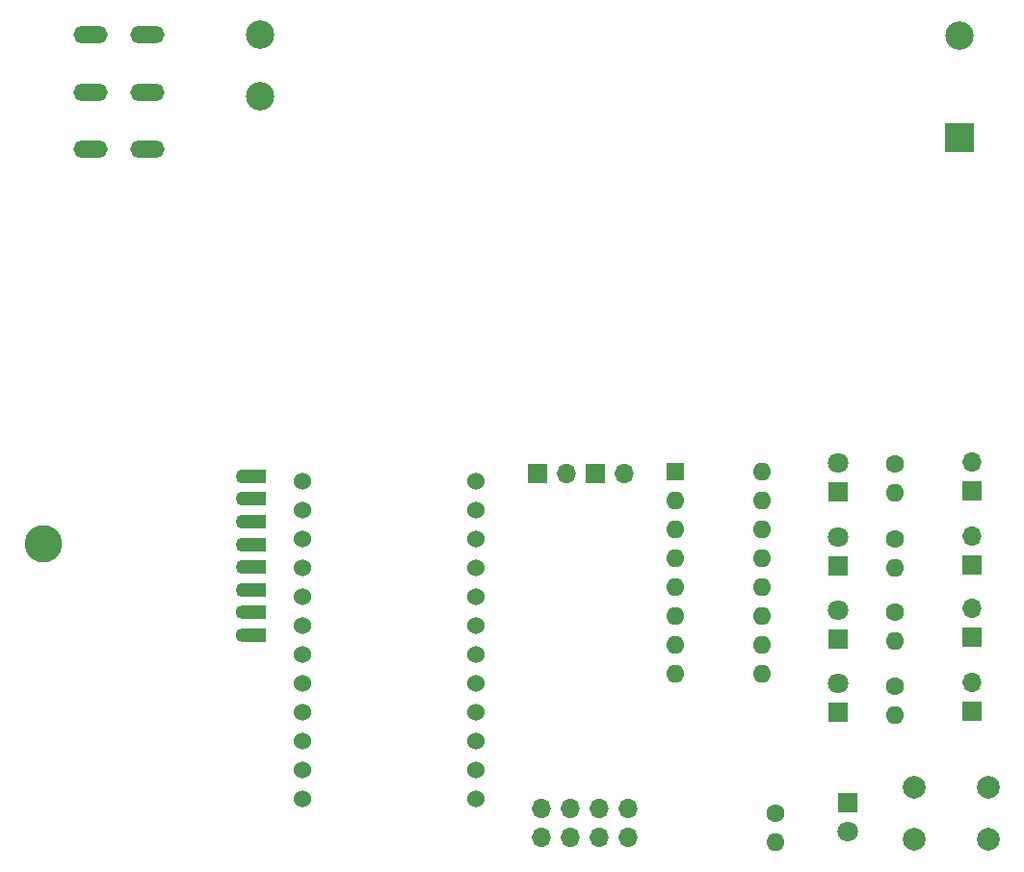
<source format=gbr>
%TF.GenerationSoftware,KiCad,Pcbnew,(5.1.9)-1*%
%TF.CreationDate,2021-02-28T02:51:40+01:00*%
%TF.ProjectId,HB-Uni-SenDose-4,48422d55-6e69-42d5-9365-6e446f73652d,rev?*%
%TF.SameCoordinates,Original*%
%TF.FileFunction,Soldermask,Top*%
%TF.FilePolarity,Negative*%
%FSLAX46Y46*%
G04 Gerber Fmt 4.6, Leading zero omitted, Abs format (unit mm)*
G04 Created by KiCad (PCBNEW (5.1.9)-1) date 2021-02-28 02:51:40*
%MOMM*%
%LPD*%
G01*
G04 APERTURE LIST*
%ADD10O,1.700000X1.700000*%
%ADD11R,1.700000X1.700000*%
%ADD12C,2.500000*%
%ADD13R,2.500000X2.500000*%
%ADD14O,1.600000X1.600000*%
%ADD15R,1.600000X1.600000*%
%ADD16O,3.000000X1.500000*%
%ADD17O,1.270000X1.270000*%
%ADD18C,1.270000*%
%ADD19C,3.300000*%
%ADD20R,2.000000X1.200000*%
%ADD21C,1.524000*%
%ADD22C,2.000000*%
%ADD23C,1.600000*%
%ADD24C,1.800000*%
%ADD25R,1.800000X1.800000*%
G04 APERTURE END LIST*
D10*
%TO.C,Pump4*%
X164700000Y-110960000D03*
D11*
X164700000Y-113500000D03*
%TD*%
D10*
%TO.C,Pump3*%
X164700000Y-104460000D03*
D11*
X164700000Y-107000000D03*
%TD*%
D10*
%TO.C,Pump2*%
X164700000Y-98060000D03*
D11*
X164700000Y-100600000D03*
%TD*%
D10*
%TO.C,Pump1*%
X164700000Y-91560000D03*
D11*
X164700000Y-94100000D03*
%TD*%
D12*
%TO.C,PS1*%
X102100000Y-53950000D03*
D13*
X163600000Y-63050000D03*
D12*
X102100000Y-59350000D03*
X163600000Y-54050000D03*
%TD*%
D14*
%TO.C,U3*%
X146220000Y-92400000D03*
X138600000Y-110180000D03*
X146220000Y-94940000D03*
X138600000Y-107640000D03*
X146220000Y-97480000D03*
X138600000Y-105100000D03*
X146220000Y-100020000D03*
X138600000Y-102560000D03*
X146220000Y-102560000D03*
X138600000Y-100020000D03*
X146220000Y-105100000D03*
X138600000Y-97480000D03*
X146220000Y-107640000D03*
X138600000Y-94940000D03*
X146220000Y-110180000D03*
D15*
X138600000Y-92400000D03*
%TD*%
D16*
%TO.C,X1*%
X87250000Y-64000000D03*
X92250000Y-64000000D03*
X87250000Y-59000000D03*
X92250000Y-59000000D03*
X87250000Y-54000000D03*
X92250000Y-54000000D03*
%TD*%
D17*
%TO.C,U2*%
X100600000Y-106800000D03*
X100600000Y-104800000D03*
D18*
X100600000Y-102800000D03*
X100600000Y-100800000D03*
X100600000Y-98800000D03*
X100600000Y-96800000D03*
X100600000Y-94800000D03*
X100600000Y-92800000D03*
D19*
X83074000Y-98784000D03*
D20*
X101600000Y-106800000D03*
X101600000Y-104800000D03*
X101600000Y-102800000D03*
X101600000Y-100800000D03*
X101600000Y-98800000D03*
X101600000Y-96800000D03*
X101600000Y-94800000D03*
X101600000Y-92800000D03*
%TD*%
D21*
%TO.C,U1*%
X121140000Y-121220000D03*
X121140000Y-118680000D03*
X121140000Y-116140000D03*
X121140000Y-113600000D03*
X121140000Y-111060000D03*
X121140000Y-108520000D03*
X121140000Y-105980000D03*
X121140000Y-103440000D03*
X121140000Y-100900000D03*
X121140000Y-98360000D03*
X121140000Y-95820000D03*
X121140000Y-93280000D03*
X105900000Y-93280000D03*
X105900000Y-95820000D03*
X105900000Y-98360000D03*
X105900000Y-100900000D03*
X105900000Y-103440000D03*
X105900000Y-105980000D03*
X105900000Y-108520000D03*
X105900000Y-111060000D03*
X105900000Y-113600000D03*
X105900000Y-116140000D03*
X105900000Y-118680000D03*
X105900000Y-121220000D03*
%TD*%
D22*
%TO.C,SW1*%
X159650000Y-124700000D03*
X159650000Y-120200000D03*
X166150000Y-124700000D03*
X166150000Y-120200000D03*
%TD*%
D14*
%TO.C,R9*%
X147400000Y-124990000D03*
D23*
X147400000Y-122450000D03*
%TD*%
D14*
%TO.C,R7*%
X157900000Y-113840000D03*
D23*
X157900000Y-111300000D03*
%TD*%
D14*
%TO.C,R5*%
X157900000Y-107340000D03*
D23*
X157900000Y-104800000D03*
%TD*%
D14*
%TO.C,R3*%
X157900000Y-100840000D03*
D23*
X157900000Y-98300000D03*
%TD*%
D14*
%TO.C,R1*%
X157900000Y-94240000D03*
D23*
X157900000Y-91700000D03*
%TD*%
D10*
%TO.C,J6*%
X134520000Y-124540000D03*
X134520000Y-122000000D03*
X131980000Y-124540000D03*
X131980000Y-122000000D03*
X129440000Y-124540000D03*
X129440000Y-122000000D03*
X126900000Y-124540000D03*
X126900000Y-122000000D03*
%TD*%
%TO.C,J1*%
X134120000Y-92600000D03*
D11*
X131580000Y-92600000D03*
D10*
X129040000Y-92600000D03*
D11*
X126500000Y-92600000D03*
%TD*%
D24*
%TO.C,D5*%
X153800000Y-124040000D03*
D25*
X153800000Y-121500000D03*
%TD*%
D24*
%TO.C,D4*%
X152900000Y-111060000D03*
D25*
X152900000Y-113600000D03*
%TD*%
D24*
%TO.C,D3*%
X152900000Y-104560000D03*
D25*
X152900000Y-107100000D03*
%TD*%
D24*
%TO.C,D2*%
X152900000Y-98160000D03*
D25*
X152900000Y-100700000D03*
%TD*%
D24*
%TO.C,D1*%
X152900000Y-91660000D03*
D25*
X152900000Y-94200000D03*
%TD*%
M02*

</source>
